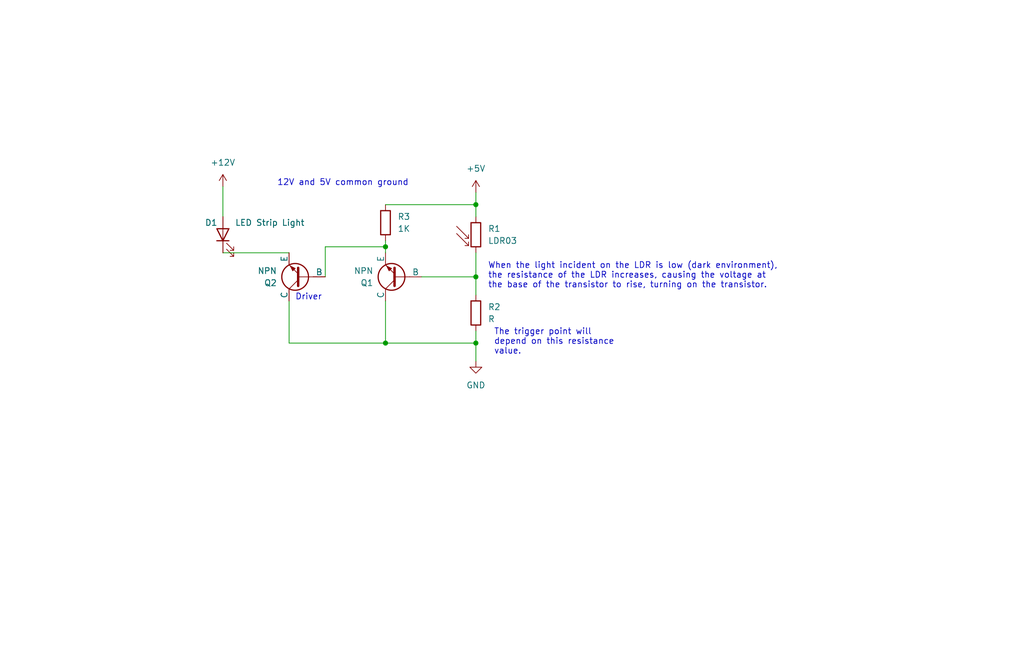
<source format=kicad_sch>
(kicad_sch (version 20230121) (generator eeschema)
  (paper "User" 215.9 139.7)
  (title_block (title "Emergency Light with LDR and Transistor"))
  (lib_symbols
    (symbol "Device:LED" (pin_numbers hide) (pin_names (offset 1.016) hide)
      (property "Reference" "D" (at 0 2.54 0))
      (property "Value" "LED" (at 0 -2.54 0))
      (symbol "LED_0_1"
        (polyline (pts (xy -1.27 -1.27) (xy -1.27 1.27)) (stroke (width 0.254)))
        (polyline (pts (xy -1.27 0) (xy 1.27 0)))
        (polyline (pts (xy 1.27 -1.27) (xy 1.27 1.27) (xy -1.27 0) (xy 1.27 -1.27)) (stroke (width 0.254)))
        (polyline (pts (xy -3.048 -0.762) (xy -4.572 -2.286) (xy -3.81 -2.286) (xy -4.572 -2.286) (xy -4.572 -1.524)))
        (polyline (pts (xy -1.778 -0.762) (xy -3.302 -2.286) (xy -2.54 -2.286) (xy -3.302 -2.286) (xy -3.302 -1.524)))
      )
      (symbol "LED_1_1"
        (pin passive line (at -3.81 0 0) (length 2.54) (name "K") (number "1"))
        (pin passive line (at 3.81 0 180) (length 2.54) (name "A") (number "2"))
      )
    )
    (symbol "Device:R" (pin_numbers hide) (pin_names (offset 0))
      (property "Reference" "R" (at 2.032 0 90))
      (property "Value" "R" (at 0 0 90))
      (symbol "R_0_1"
        (rectangle (start -1.016 -2.54) (end 1.016 2.54) (stroke (width 0.254)))
      )
      (symbol "R_1_1"
        (pin passive line (at 0 3.81 270) (length 1.27) (name "~") (number "1"))
        (pin passive line (at 0 -3.81 90) (length 1.27) (name "~") (number "2"))
      )
    )
    (symbol "Sensor_Optical:LDR03" (pin_numbers hide) (pin_names (offset 0))
      (property "Reference" "R" (at -5.08 0 90))
      (property "Value" "LDR03" (at 1.905 0 90))
      (symbol "LDR03_0_1"
        (rectangle (start -1.016 2.54) (end 1.016 -2.54) (stroke (width 0.254)))
        (polyline (pts (xy -1.524 -2.286) (xy -4.064 0.254)))
        (polyline (pts (xy -1.524 -2.286) (xy -2.286 -2.286)))
        (polyline (pts (xy -1.524 -2.286) (xy -1.524 -1.524)))
        (polyline (pts (xy -1.524 -0.762) (xy -4.064 1.778)))
        (polyline (pts (xy -1.524 -0.762) (xy -2.286 -0.762)))
        (polyline (pts (xy -1.524 -0.762) (xy -1.524 0)))
      )
      (symbol "LDR03_1_1"
        (pin passive line (at 0 3.81 270) (length 1.27) (name "~") (number "1"))
        (pin passive line (at 0 -3.81 90) (length 1.27) (name "~") (number "2"))
      )
    )
    (symbol "Simulation_SPICE:NPN" (pin_numbers hide) (pin_names (offset 0))
      (property "Reference" "Q" (at -2.54 7.62 0))
      (property "Value" "NPN" (at -2.54 5.08 0))
      (symbol "NPN_0_1"
        (polyline (pts (xy -2.54 0) (xy 0.635 0)) (stroke (width 0.1524)))
        (polyline (pts (xy 0.635 0.635) (xy 2.54 2.54)))
        (polyline (pts (xy 2.794 -1.27) (xy 2.794 -1.27)) (stroke (width 0.1524)))
        (polyline (pts (xy 2.794 -1.27) (xy 2.794 -1.27)) (stroke (width 0.1524)))
        (polyline (pts (xy 0.635 -0.635) (xy 2.54 -2.54) (xy 2.54 -2.54)))
        (polyline (pts (xy 0.635 1.905) (xy 0.635 -1.905) (xy 0.635 -1.905)) (stroke (width 0.508)))
        (polyline (pts (xy 1.27 -1.778) (xy 1.778 -1.27) (xy 2.286 -2.286) (xy 1.27 -1.778) (xy 1.27 -1.778)) (fill (type outline)))
        (circle (center 1.27 0) (radius 2.8194) (stroke (width 0.254)))
      )
      (symbol "NPN_1_1"
        (pin open_collector line (at 2.54 5.08 270) (length 2.54) (name "C") (number "1"))
        (pin input line (at -5.08 0 0) (length 2.54) (name "B") (number "2"))
        (pin open_emitter line (at 2.54 -5.08 90) (length 2.54) (name "E") (number "3"))
      )
    )
    (symbol "power:+12V" (power) (pin_names (offset 0))
      (property "Value" "+12V" (at 0 3.556 0))
      (symbol "+12V_0_1"
        (polyline (pts (xy -0.762 1.27) (xy 0 2.54)))
        (polyline (pts (xy 0 0) (xy 0 2.54)))
        (polyline (pts (xy 0 2.54) (xy 0.762 1.27)))
      )
      (symbol "+12V_1_1"
        (pin power_in line (at 0 0 90) (length 0) hide (name "+12V") (number "1"))
      )
    )
    (symbol "power:+5V" (power) (pin_names (offset 0))
      (property "Value" "+5V" (at 0 3.556 0))
      (symbol "+5V_0_1"
        (polyline (pts (xy -0.762 1.27) (xy 0 2.54)))
        (polyline (pts (xy 0 0) (xy 0 2.54)))
        (polyline (pts (xy 0 2.54) (xy 0.762 1.27)))
      )
      (symbol "+5V_1_1"
        (pin power_in line (at 0 0 90) (length 0) hide (name "+5V") (number "1"))
      )
    )
    (symbol "power:GND" (power) (pin_names (offset 0))
      (property "Value" "GND" (at 0 -3.81 0))
      (symbol "GND_0_1"
        (polyline (pts (xy 0 0) (xy 0 -1.27) (xy 1.27 -1.27) (xy 0 -2.54) (xy -1.27 -1.27) (xy 0 -1.27)))
      )
      (symbol "GND_1_1"
        (pin power_in line (at 0 0 270) (length 0) hide (name "GND") (number "1"))
      )
    )
  )
  (junction (at 81.28 72.39))
  (junction (at 100.33 72.39))
  (junction (at 81.28 52.07))
  (junction (at 100.33 58.42))
  (junction (at 100.33 43.18))
  (wire (pts (xy 100.33 53.34) (xy 100.33 58.42)))
  (wire (pts (xy 88.9 58.42) (xy 100.33 58.42)))
  (wire (pts (xy 81.28 72.39) (xy 100.33 72.39)))
  (wire (pts (xy 60.96 63.5) (xy 60.96 72.39)))
  (wire (pts (xy 60.96 72.39) (xy 81.28 72.39)))
  (wire (pts (xy 100.33 69.85) (xy 100.33 72.39)))
  (wire (pts (xy 68.58 58.42) (xy 68.58 52.07)))
  (wire (pts (xy 81.28 63.5) (xy 81.28 72.39)))
  (wire (pts (xy 46.99 39.37) (xy 46.99 45.72)))
  (wire (pts (xy 100.33 72.39) (xy 100.33 76.2)))
  (wire (pts (xy 100.33 40.64) (xy 100.33 43.18)))
  (wire (pts (xy 81.28 43.18) (xy 100.33 43.18)))
  (wire (pts (xy 46.99 53.34) (xy 60.96 53.34)))
  (wire (pts (xy 81.28 50.8) (xy 81.28 52.07)))
  (wire (pts (xy 100.33 43.18) (xy 100.33 45.72)))
  (wire (pts (xy 81.28 52.07) (xy 81.28 53.34)))
  (wire (pts (xy 68.58 52.07) (xy 81.28 52.07)))
  (wire (pts (xy 100.33 58.42) (xy 100.33 62.23)))
  (text "Driver" (at 62.23 63.5 0) (effects (font (size 1.27 1.27)) (justify left bottom)))
  (text "When the light incident on the LDR is low (dark environment),\nthe resistance of the LDR increases, causing the voltage at \nthe base of the transistor to rise, turning on the transistor." (at 102.87 60.96 0) (effects (font (size 1.27 1.27)) (justify left bottom)))
  (text "The trigger point will \ndepend on this resistance\nvalue." (at 104.14 74.93 0) (effects (font (size 1.27 1.27)) (justify left bottom)))
  (text "12V and 5V common ground" (at 58.42 39.37 0) (effects (font (size 1.27 1.27)) (justify left bottom)))
  (symbol (lib_id "power:GND") (at 100.33 76.2 0) (unit 1)
    (property "Reference" "#PWR02" (effects hide))
    (property "Value" "GND" (at 100.33 81.28 0))
  )
  (symbol (lib_id "Device:LED") (at 46.99 49.53 90) (unit 1)
    (property "Reference" "D1" (at 43.18 46.99 90) (effects (justify right)))
    (property "Value" "LED Strip Light" (at 49.53 46.99 90) (effects (justify right)))
  )
  (symbol (lib_id "power:+12V") (at 46.99 39.37 0) (unit 1)
    (property "Reference" "#PWR01" (effects hide))
    (property "Value" "+12V" (at 46.99 34.29 0))
  )
  (symbol (lib_id "Simulation_SPICE:NPN") (at 63.5 58.42 180) (unit 1)
    (property "Reference" "Q2" (at 58.42 59.69 0) (effects (justify left)))
    (property "Value" "NPN" (at 58.42 57.15 0) (effects (justify left)))
    (property "Sim.Device" "NPN" (effects hide))
    (property "Sim.Type" "GUMMELPOON" (effects hide))
    (property "Sim.Pins" "1=C 2=B 3=E" (effects hide))
  )
  (symbol (lib_id "Device:R") (at 100.33 66.04 0) (unit 1)
    (property "Reference" "R2" (at 102.87 64.77 0) (effects (justify left)))
    (property "Value" "R" (at 102.87 67.31 0) (effects (justify left)))
  )
  (symbol (lib_id "Sensor_Optical:LDR03") (at 100.33 49.53 0) (unit 1)
    (property "Reference" "R1" (at 102.87 48.26 0) (effects (justify left)))
    (property "Value" "LDR03" (at 102.87 50.8 0) (effects (justify left)))
    (property "Footprint" "OptoDevice:R_LDR_10x8.5mm_P7.6mm_Vertical" (effects hide))
    (property "Datasheet" "http://www.elektronica-componenten.nl/WebRoot/StoreNL/Shops/61422969/54F1/BA0C/C664/31B9/2173/C0A8/2AB9/2AEF/LDR03IMP.pdf" (effects hide))
  )
  (symbol (lib_id "Simulation_SPICE:NPN") (at 83.82 58.42 180) (unit 1)
    (property "Reference" "Q1" (at 78.74 59.69 0) (effects (justify left)))
    (property "Value" "NPN" (at 78.74 57.15 0) (effects (justify left)))
    (property "Sim.Device" "NPN" (effects hide))
    (property "Sim.Type" "GUMMELPOON" (effects hide))
    (property "Sim.Pins" "1=C 2=B 3=E" (effects hide))
  )
  (symbol (lib_id "Device:R") (at 81.28 46.99 0) (unit 1)
    (property "Reference" "R3" (at 83.82 45.72 0) (effects (justify left)))
    (property "Value" "1K" (at 83.82 48.26 0) (effects (justify left)))
  )
  (symbol (lib_id "power:+5V") (at 100.33 40.64 0) (unit 1)
    (property "Reference" "#PWR03" (effects hide))
    (property "Value" "+5V" (at 100.33 35.56 0))
  )
)
</source>
